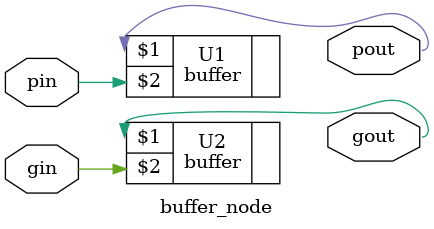
<source format=v>
module adder(cout, sum, a, b, cin);

	input [31:0] a, b;
	input cin;
	output [31:0] sum;
	output cout;

	wire g1, p0, g18, g7, p17, p28, g21, g28, g25, g_lsb, p_lsb, p25, g9, p20, p10, g2, g20, g30, p22, g17, p29, g16, g26, g11, p30, p13, g19, p12, p14, g23, g4, p1, g14, g12, p24, p26, g13, g15, g29, p6, g24, g10, p5, p2, p27, g22, g27, p21, p19, p4, p15, g5, g6, g8, p7, p9, p11, p23, g0, p8, g3, p18, p16, p3;
	wire n4097, n4098, n4101, n4102, n97, n98, n99, n100, n101, n102, n105, n106, n109, n110, n111, n112, n113, n114, n117, n118, n121, n122, n123, n124, n125, n126, n129, n130, n133, n134, n135, n136, n137, n138, n141, n142, n145, n146, n147, n148, n149, n150, n153, n154, n157, n158, n159, n160, n161, n162, n165, n166, n169, n170, n171, n172, n173, n174, n177, n178, n181, n182, n183, n184, n185, n186, n189, n190, n193, n194, n195, n196, n197, n198, n199, n200, n201, n202, n205, n206, n209, n210, n213, n214, n217, n218, n219, n220, n221, n222, n223, n224, n225, n226, n229, n230, n233, n234, n237, n238, n241, n242, n243, n244, n245, n246, n247, n248, n249, n250, n4347, n4348, n253, n254, n4351, n4352, n257, n258, n4355, n4356, n261, n262, n4359, n4360, n265, n266, n267, n268, n269, n271, n272, n273, n274, n270, n4367, n277, n278, n4368, n4371, n281, n282, n4372, n4375, n285, n286, n4376, n4379, n289, n290, n291, n292, n293, n294, n295, n296, n297, n298, n299, n300, n301, n302, n303, n304, n305, n306, n4395, n4396, n309, n310, n4403, n313, n314, n4411, n4412, n317, n318, n4407, n4408, n321, n322, n4419, n325, n326, n4420, n4415, n329, n330, n4427, n4428, n333, n334, n4431, n4432, n337, n338, n339, n340, n341, n342, n343, n344, n345, n346, n347, n349, n350, n351, n352, n353, n354, n348, n4443, n357, n358, n4451, n4452, n361, n362, n4459, n365, n366, n4460, n4463, n369, n370, n4467, n4468, n373, n374, n4471, n4472, n377, n378, n381, n382, n385, n386, n387, n388, n389, n390, n391, n392, n393, n394, n395, n396, n397, n398, n399, n400, n401, n402, n403, n404, n405, n406, n407, n408, n409, n410, n411, n412, n413, n414, n415, n416, n417, n418, n421, n422, n425, n426, n429, n430, n433, n434, n437, n438, n441, n442, n445, n446, n449, n450, n453, n454, n457, n458, n461, n462, n465, n466, n469, n470, n473, n474, n477, n478, n481, n482, n483, n484, n485, n486, n487, n488, n489, n490, n491, n492, n493, n494, n495, n496, n497, n498, n499, n500, n501, n502, n503, n504, n505, n506, n507, n508, n509, n510, n511, n512, n513, n514, n515, n516, n517, n518, n519, n520, n521, n522, n523, n524, n525, n526, n527, n528, n529, n530, n531, n533, n534, n532, n535, n537, n538, n539, n541, n542, n543, n544, n540, n536, n4821, n4822, n4825, n4826, n4829, n4830, n4833, n4834, n4837, n4838, n4841, n4842, n4845, n4846, n4849, n4850, n4853, n4854, n4857, n4858, n4861, n4862, n4865, n4866, n4869, n4870, n4873, n4874, n4877, n4878, n4881, n4882, n4885, n4886, n4889, n4890, n4893, n4894, n4897, n4898, n4901, n4902, n4905, n4906, n4909, n4910, n4913, n4914, n4917, n4918, n4921, n4922, n4925, n4926, n4929, n4930, n4933, n4934, n4937, n4938, n4941, n4942, n4945, n4946, n5363, n5364, n5367, n5368, n5371, n5372, n5375, n5376, n5379, n5380, n5383, n5384, n5387, n5388, n5391, n5392, n5395, n5396, n5399, n5400, n5403, n5404, n5407, n5408, n5411, n5412, n5415, n5416, n5419, n5420, n5423, n5424, n5427, n5428, n5431, n5432, n5435, n5436, n5439, n5440, n5443, n5444, n5447, n5448, n5451, n5452, n5455, n5456, n5459, n5460, n5463, n5464, n5467, n5468, n5471, n5472, n5475, n5476, n5479, n5480, n5483, n5484, n5487, n5488, n4363, n4364, n4380, n4383, n4384, n4387, n4388, n4391, n4392, n4399, n4400, n4404, n4416, n4423, n4424, n4435, n4436, n4439, n4440, n4444, n4447, n4448, n3977, n3978, n3981, n3982, n4455, n3985, n3986, n4456, n3989, n3990, n3993, n3994, n3997, n3998, n4001, n4002, n4005, n4006, n4009, n4010, n4013, n4014, n4017, n4018, n4021, n4022, n4025, n4026, n4464, n4029, n4030, n4033, n4034, n4037, n4038, n4041, n4042, n4045, n4046, n4049, n4050, n4053, n4054, n4057, n4058, n4061, n4062, n4065, n4066, n4069, n4070, n4073, n4074, n4077, n4078, n4081, n4082, n4085, n4086, n4089, n4090, n4093, n4094;

	ppa_first_pre ppa_first_pre_0_0 ( .cin( {cin} ), .pout( {p_lsb} ), .gout( {g_lsb} ) );
	ppa_pre ppa_pre_1_0 ( .a_in( {a[0]} ), .b_in( {b[0]} ), .pout( {p0} ), .gout( {g0} ) );
	ppa_pre ppa_pre_2_0 ( .a_in( {a[1]} ), .b_in( {b[1]} ), .pout( {p1} ), .gout( {g1} ) );
	ppa_pre ppa_pre_3_0 ( .a_in( {a[2]} ), .b_in( {b[2]} ), .pout( {p2} ), .gout( {g2} ) );
	ppa_pre ppa_pre_4_0 ( .a_in( {a[3]} ), .b_in( {b[3]} ), .pout( {p3} ), .gout( {g3} ) );
	ppa_pre ppa_pre_5_0 ( .a_in( {a[4]} ), .b_in( {b[4]} ), .pout( {p4} ), .gout( {g4} ) );
	ppa_pre ppa_pre_6_0 ( .a_in( {a[5]} ), .b_in( {b[5]} ), .pout( {p5} ), .gout( {g5} ) );
	ppa_pre ppa_pre_7_0 ( .a_in( {a[6]} ), .b_in( {b[6]} ), .pout( {p6} ), .gout( {g6} ) );
	ppa_pre ppa_pre_8_0 ( .a_in( {a[7]} ), .b_in( {b[7]} ), .pout( {p7} ), .gout( {g7} ) );
	ppa_pre ppa_pre_9_0 ( .a_in( {a[8]} ), .b_in( {b[8]} ), .pout( {p8} ), .gout( {g8} ) );
	ppa_pre ppa_pre_10_0 ( .a_in( {a[9]} ), .b_in( {b[9]} ), .pout( {p9} ), .gout( {g9} ) );
	ppa_pre ppa_pre_11_0 ( .a_in( {a[10]} ), .b_in( {b[10]} ), .pout( {p10} ), .gout( {g10} ) );
	ppa_pre ppa_pre_12_0 ( .a_in( {a[11]} ), .b_in( {b[11]} ), .pout( {p11} ), .gout( {g11} ) );
	ppa_pre ppa_pre_13_0 ( .a_in( {a[12]} ), .b_in( {b[12]} ), .pout( {p12} ), .gout( {g12} ) );
	ppa_pre ppa_pre_14_0 ( .a_in( {a[13]} ), .b_in( {b[13]} ), .pout( {p13} ), .gout( {g13} ) );
	ppa_pre ppa_pre_15_0 ( .a_in( {a[14]} ), .b_in( {b[14]} ), .pout( {p14} ), .gout( {g14} ) );
	ppa_pre ppa_pre_16_0 ( .a_in( {a[15]} ), .b_in( {b[15]} ), .pout( {p15} ), .gout( {g15} ) );
	ppa_pre ppa_pre_17_0 ( .a_in( {a[16]} ), .b_in( {b[16]} ), .pout( {p16} ), .gout( {g16} ) );
	ppa_pre ppa_pre_18_0 ( .a_in( {a[17]} ), .b_in( {b[17]} ), .pout( {p17} ), .gout( {g17} ) );
	ppa_pre ppa_pre_19_0 ( .a_in( {a[18]} ), .b_in( {b[18]} ), .pout( {p18} ), .gout( {g18} ) );
	ppa_pre ppa_pre_20_0 ( .a_in( {a[19]} ), .b_in( {b[19]} ), .pout( {p19} ), .gout( {g19} ) );
	ppa_pre ppa_pre_21_0 ( .a_in( {a[20]} ), .b_in( {b[20]} ), .pout( {p20} ), .gout( {g20} ) );
	ppa_pre ppa_pre_22_0 ( .a_in( {a[21]} ), .b_in( {b[21]} ), .pout( {p21} ), .gout( {g21} ) );
	ppa_pre ppa_pre_23_0 ( .a_in( {a[22]} ), .b_in( {b[22]} ), .pout( {p22} ), .gout( {g22} ) );
	ppa_pre ppa_pre_24_0 ( .a_in( {a[23]} ), .b_in( {b[23]} ), .pout( {p23} ), .gout( {g23} ) );
	ppa_pre ppa_pre_25_0 ( .a_in( {a[24]} ), .b_in( {b[24]} ), .pout( {p24} ), .gout( {g24} ) );
	ppa_pre ppa_pre_26_0 ( .a_in( {a[25]} ), .b_in( {b[25]} ), .pout( {p25} ), .gout( {g25} ) );
	ppa_pre ppa_pre_27_0 ( .a_in( {a[26]} ), .b_in( {b[26]} ), .pout( {p26} ), .gout( {g26} ) );
	ppa_pre ppa_pre_28_0 ( .a_in( {a[27]} ), .b_in( {b[27]} ), .pout( {p27} ), .gout( {g27} ) );
	ppa_pre ppa_pre_29_0 ( .a_in( {a[28]} ), .b_in( {b[28]} ), .pout( {p28} ), .gout( {g28} ) );
	ppa_pre ppa_pre_30_0 ( .a_in( {a[29]} ), .b_in( {b[29]} ), .pout( {p29} ), .gout( {g29} ) );
	ppa_pre ppa_pre_31_0 ( .a_in( {a[30]} ), .b_in( {b[30]} ), .pout( {p30} ), .gout( {g30} ) );

	ppa_post ppa_post_0_10 ( .pin( {p0} ), .gin( {n5364} ), .sum( {sum[0]} ) );
	ppa_post ppa_post_1_10 ( .pin( {p1} ), .gin( {n5368} ), .sum( {sum[1]} ) );
	ppa_post ppa_post_2_10 ( .pin( {p2} ), .gin( {n5372} ), .sum( {sum[2]} ) );
	ppa_post ppa_post_3_10 ( .pin( {p3} ), .gin( {n5376} ), .sum( {sum[3]} ) );
	ppa_post ppa_post_4_10 ( .pin( {p4} ), .gin( {n5380} ), .sum( {sum[4]} ) );
	ppa_post ppa_post_5_10 ( .pin( {p5} ), .gin( {n5384} ), .sum( {sum[5]} ) );
	ppa_post ppa_post_6_10 ( .pin( {p6} ), .gin( {n5388} ), .sum( {sum[6]} ) );
	ppa_post ppa_post_7_10 ( .pin( {p7} ), .gin( {n5392} ), .sum( {sum[7]} ) );
	ppa_post ppa_post_8_10 ( .pin( {p8} ), .gin( {n5396} ), .sum( {sum[8]} ) );
	ppa_post ppa_post_9_10 ( .pin( {p9} ), .gin( {n5400} ), .sum( {sum[9]} ) );
	ppa_post ppa_post_10_10 ( .pin( {p10} ), .gin( {n5404} ), .sum( {sum[10]} ) );
	ppa_post ppa_post_11_10 ( .pin( {p11} ), .gin( {n5408} ), .sum( {sum[11]} ) );
	ppa_post ppa_post_12_10 ( .pin( {p12} ), .gin( {n5412} ), .sum( {sum[12]} ) );
	ppa_post ppa_post_13_10 ( .pin( {p13} ), .gin( {n5416} ), .sum( {sum[13]} ) );
	ppa_post ppa_post_14_10 ( .pin( {p14} ), .gin( {n5420} ), .sum( {sum[14]} ) );
	ppa_post ppa_post_15_10 ( .pin( {p15} ), .gin( {n5424} ), .sum( {sum[15]} ) );
	ppa_post ppa_post_16_10 ( .pin( {p16} ), .gin( {n5428} ), .sum( {sum[16]} ) );
	ppa_post ppa_post_17_10 ( .pin( {p17} ), .gin( {n5432} ), .sum( {sum[17]} ) );
	ppa_post ppa_post_18_10 ( .pin( {p18} ), .gin( {n5436} ), .sum( {sum[18]} ) );
	ppa_post ppa_post_19_10 ( .pin( {p19} ), .gin( {n5440} ), .sum( {sum[19]} ) );
	ppa_post ppa_post_20_10 ( .pin( {p20} ), .gin( {n5444} ), .sum( {sum[20]} ) );
	ppa_post ppa_post_21_10 ( .pin( {p21} ), .gin( {n5448} ), .sum( {sum[21]} ) );
	ppa_post ppa_post_22_10 ( .pin( {p22} ), .gin( {n5452} ), .sum( {sum[22]} ) );
	ppa_post ppa_post_23_10 ( .pin( {p23} ), .gin( {n5456} ), .sum( {sum[23]} ) );
	ppa_post ppa_post_24_10 ( .pin( {p24} ), .gin( {n5460} ), .sum( {sum[24]} ) );
	ppa_post ppa_post_25_10 ( .pin( {p25} ), .gin( {n5464} ), .sum( {sum[25]} ) );
	ppa_post ppa_post_26_10 ( .pin( {p26} ), .gin( {n5468} ), .sum( {sum[26]} ) );
	ppa_post ppa_post_27_10 ( .pin( {p27} ), .gin( {n5472} ), .sum( {sum[27]} ) );
	ppa_post ppa_post_28_10 ( .pin( {p28} ), .gin( {n5476} ), .sum( {sum[28]} ) );
	ppa_post ppa_post_29_10 ( .pin( {p29} ), .gin( {n5480} ), .sum( {sum[29]} ) );
	ppa_post ppa_post_30_10 ( .pin( {p30} ), .gin( {n5484} ), .sum( {sum[30]} ) );
	ppa_post ppa_post_31_10 ( .pin( {p31} ), .gin( {n5488} ), .sum( {sum[31]} ) );

	ppa_pre ppa_pre_cout ( .a_in( a[31] ), .b_in( b[31] ), .pout ( p31 ), .gout ( g31 ) );
	ppa_grey ppa_grey_cout ( .gin ( {g31,n5488} ), .pin ( p31 ), .gout ( cout ) );


	assign n97 = p_lsb;
	assign n98 = g_lsb;
	ppa_black ppa_black_1_1 ( .gin( {g0,g_lsb} ), .pin( {p0,p_lsb} ), .gout( {n100} ), .pout( {n99} ) );
	assign n101 = p1;
	assign n102 = g1;
	ppa_black ppa_black_3_1 ( .gin( {g2,g1} ), .pin( {p2,p1} ), .gout( {n106} ), .pout( {n105} ) );
	assign n109 = p3;
	assign n110 = g3;
	ppa_black ppa_black_5_1 ( .gin( {g4,g3} ), .pin( {p4,p3} ), .gout( {n112} ), .pout( {n111} ) );
	assign n113 = p5;
	assign n114 = g5;
	ppa_black ppa_black_7_1 ( .gin( {g6,g5} ), .pin( {p6,p5} ), .gout( {n118} ), .pout( {n117} ) );
	assign n121 = p7;
	assign n122 = g7;
	ppa_black ppa_black_9_1 ( .gin( {g8,g7} ), .pin( {p8,p7} ), .gout( {n124} ), .pout( {n123} ) );
	assign n125 = p9;
	assign n126 = g9;
	ppa_black ppa_black_11_1 ( .gin( {g10,g9} ), .pin( {p10,p9} ), .gout( {n130} ), .pout( {n129} ) );
	assign n133 = p11;
	assign n134 = g11;
	ppa_black ppa_black_13_1 ( .gin( {g12,g11} ), .pin( {p12,p11} ), .gout( {n136} ), .pout( {n135} ) );
	assign n137 = p13;
	assign n138 = g13;
	ppa_black ppa_black_15_1 ( .gin( {g14,g13} ), .pin( {p14,p13} ), .gout( {n142} ), .pout( {n141} ) );
	assign n145 = p15;
	assign n146 = g15;
	ppa_black ppa_black_17_1 ( .gin( {g16,g15} ), .pin( {p16,p15} ), .gout( {n148} ), .pout( {n147} ) );
	assign n149 = p17;
	assign n150 = g17;
	ppa_black ppa_black_19_1 ( .gin( {g18,g17} ), .pin( {p18,p17} ), .gout( {n154} ), .pout( {n153} ) );
	assign n157 = p19;
	assign n158 = g19;
	ppa_black ppa_black_21_1 ( .gin( {g20,g19} ), .pin( {p20,p19} ), .gout( {n160} ), .pout( {n159} ) );
	assign n161 = p21;
	assign n162 = g21;
	ppa_black ppa_black_23_1 ( .gin( {g22,g21} ), .pin( {p22,p21} ), .gout( {n166} ), .pout( {n165} ) );
	assign n169 = p23;
	assign n170 = g23;
	ppa_black ppa_black_25_1 ( .gin( {g24,g23} ), .pin( {p24,p23} ), .gout( {n172} ), .pout( {n171} ) );
	assign n173 = p25;
	assign n174 = g25;
	ppa_black ppa_black_27_1 ( .gin( {g26,g25} ), .pin( {p26,p25} ), .gout( {n178} ), .pout( {n177} ) );
	assign n181 = p27;
	assign n182 = g27;
	ppa_black ppa_black_29_1 ( .gin( {g28,g27} ), .pin( {p28,p27} ), .gout( {n184} ), .pout( {n183} ) );
	assign n185 = p29;
	assign n186 = g29;
	ppa_black ppa_black_31_1 ( .gin( {g30,g29} ), .pin( {p30,p29} ), .gout( {n190} ), .pout( {n189} ) );

	assign n193 = n97;
	assign n194 = n98;
	assign n195 = n99;
	assign n196 = n100;
	assign n197 = n101;
	assign n198 = n102;
	ppa_black ppa_black_3_2 ( .gin( {n106,n100} ), .pin( {n105,n99} ), .gout( {n200} ), .pout( {n199} ) );
	assign n201 = n109;
	assign n202 = n110;
	assign n205 = n111;
	assign n206 = n112;
	assign n209 = n113;
	assign n210 = n114;
	ppa_black ppa_black_7_2 ( .gin( {n118,n112} ), .pin( {n117,n111} ), .gout( {n214} ), .pout( {n213} ) );
	assign n217 = n121;
	assign n218 = n122;
	assign n219 = n123;
	assign n220 = n124;
	assign n221 = n125;
	assign n222 = n126;
	ppa_black ppa_black_11_2 ( .gin( {n130,n124} ), .pin( {n129,n123} ), .gout( {n224} ), .pout( {n223} ) );
	assign n225 = n133;
	assign n226 = n134;
	assign n229 = n135;
	assign n230 = n136;
	assign n233 = n137;
	assign n234 = n138;
	ppa_black ppa_black_15_2 ( .gin( {n142,n136} ), .pin( {n141,n135} ), .gout( {n238} ), .pout( {n237} ) );
	assign n241 = n145;
	assign n242 = n146;
	assign n243 = n147;
	assign n244 = n148;
	assign n245 = n149;
	assign n246 = n150;
	ppa_black ppa_black_19_2 ( .gin( {n154,n148} ), .pin( {n153,n147} ), .gout( {n248} ), .pout( {n247} ) );
	assign n249 = n157;
	assign n250 = n158;
	assign n253 = n159;
	assign n254 = n160;
	assign n257 = n161;
	assign n258 = n162;
	ppa_black ppa_black_23_2 ( .gin( {n166,n160} ), .pin( {n165,n159} ), .gout( {n262} ), .pout( {n261} ) );
	assign n265 = n169;
	assign n266 = n170;
	assign n267 = n171;
	assign n268 = n172;
	assign n269 = n173;
	assign n270 = n174;
	ppa_black ppa_black_27_2 ( .gin( {n178,n172} ), .pin( {n177,n171} ), .gout( {n272} ), .pout( {n271} ) );
	assign n273 = n181;
	assign n274 = n182;
	assign n277 = n183;
	assign n278 = n184;
	assign n281 = n185;
	assign n282 = n186;
	ppa_black ppa_black_31_2 ( .gin( {n190,n184} ), .pin( {n189,n183} ), .gout( {n286} ), .pout( {n285} ) );

	assign n289 = n193;
	assign n290 = n194;
	assign n291 = n195;
	assign n292 = n196;
	assign n293 = n197;
	assign n294 = n198;
	assign n295 = n199;
	assign n296 = n200;
	assign n297 = n201;
	assign n298 = n202;
	assign n299 = n205;
	assign n300 = n206;
	assign n301 = n209;
	assign n302 = n210;
	ppa_black ppa_black_7_3 ( .gin( {n214,n200} ), .pin( {n213,n199} ), .gout( {n304} ), .pout( {n303} ) );
	assign n305 = n217;
	assign n306 = n218;
	assign n309 = n219;
	assign n310 = n220;
	assign n313 = n221;
	assign n314 = n222;
	assign n317 = n223;
	assign n318 = n224;
	assign n321 = n225;
	assign n322 = n226;
	assign n325 = n229;
	assign n326 = n230;
	assign n329 = n233;
	assign n330 = n234;
	ppa_black ppa_black_15_3 ( .gin( {n238,n224} ), .pin( {n237,n223} ), .gout( {n334} ), .pout( {n333} ) );
	assign n337 = n241;
	assign n338 = n242;
	assign n339 = n243;
	assign n340 = n244;
	assign n341 = n245;
	assign n342 = n246;
	assign n343 = n247;
	assign n344 = n248;
	assign n345 = n249;
	assign n346 = n250;
	assign n347 = n253;
	assign n348 = n254;
	assign n349 = n257;
	assign n350 = n258;
	ppa_black ppa_black_23_3 ( .gin( {n262,n248} ), .pin( {n261,n247} ), .gout( {n352} ), .pout( {n351} ) );
	assign n353 = n265;
	assign n354 = n266;
	assign n357 = n267;
	assign n358 = n268;
	assign n361 = n269;
	assign n362 = n270;
	assign n365 = n271;
	assign n366 = n272;
	assign n369 = n273;
	assign n370 = n274;
	assign n373 = n277;
	assign n374 = n278;
	assign n377 = n281;
	assign n378 = n282;
	ppa_black ppa_black_31_3 ( .gin( {n286,n272} ), .pin( {n285,n271} ), .gout( {n382} ), .pout( {n381} ) );

	assign n385 = n289;
	assign n386 = n290;
	assign n387 = n291;
	assign n388 = n292;
	assign n389 = n293;
	assign n390 = n294;
	assign n391 = n295;
	assign n392 = n296;
	assign n393 = n297;
	assign n394 = n298;
	assign n395 = n299;
	assign n396 = n300;
	assign n397 = n301;
	assign n398 = n302;
	assign n399 = n303;
	assign n400 = n304;
	assign n401 = n305;
	assign n402 = n306;
	assign n403 = n309;
	assign n404 = n310;
	assign n405 = n313;
	assign n406 = n314;
	assign n407 = n317;
	assign n408 = n318;
	assign n409 = n321;
	assign n410 = n322;
	assign n411 = n325;
	assign n412 = n326;
	assign n413 = n329;
	assign n414 = n330;
	ppa_black ppa_black_15_4 ( .gin( {n334,n304} ), .pin( {n333,n303} ), .gout( {n416} ), .pout( {n415} ) );
	assign n417 = n337;
	assign n418 = n338;
	assign n421 = n339;
	assign n422 = n340;
	assign n425 = n341;
	assign n426 = n342;
	assign n429 = n343;
	assign n430 = n344;
	assign n433 = n345;
	assign n434 = n346;
	assign n437 = n347;
	assign n438 = n348;
	assign n441 = n349;
	assign n442 = n350;
	assign n445 = n351;
	assign n446 = n352;
	assign n449 = n353;
	assign n450 = n354;
	assign n453 = n357;
	assign n454 = n358;
	assign n457 = n361;
	assign n458 = n362;
	assign n461 = n365;
	assign n462 = n366;
	assign n465 = n369;
	assign n466 = n370;
	assign n469 = n373;
	assign n470 = n374;
	assign n473 = n377;
	assign n474 = n378;
	ppa_black ppa_black_31_4 ( .gin( {n382,n352} ), .pin( {n381,n351} ), .gout( {n478} ), .pout( {n477} ) );

	assign n481 = n385;
	assign n482 = n386;
	buffer_node buffer_node_1_5 ( .gin( {n388} ), .pin( {n387} ), .gout( {n484} ), .pout( {n483} ) );
	assign n485 = n389;
	assign n486 = n390;
	buffer_node buffer_node_3_5 ( .gin( {n392} ), .pin( {n391} ), .gout( {n488} ), .pout( {n487} ) );
	assign n489 = n393;
	assign n490 = n394;
	assign n491 = n395;
	assign n492 = n396;
	assign n493 = n397;
	assign n494 = n398;
	buffer_node buffer_node_7_5 ( .gin( {n400} ), .pin( {n399} ), .gout( {n496} ), .pout( {n495} ) );
	assign n497 = n401;
	assign n498 = n402;
	assign n499 = n403;
	assign n500 = n404;
	assign n501 = n405;
	assign n502 = n406;
	assign n503 = n407;
	assign n504 = n408;
	assign n505 = n409;
	assign n506 = n410;
	assign n507 = n411;
	assign n508 = n412;
	assign n509 = n413;
	assign n510 = n414;
	buffer_node buffer_node_15_5 ( .gin( {n416} ), .pin( {n415} ), .gout( {n512} ), .pout( {n511} ) );
	assign n513 = n417;
	assign n514 = n418;
	assign n515 = n421;
	assign n516 = n422;
	assign n517 = n425;
	assign n518 = n426;
	assign n519 = n429;
	assign n520 = n430;
	assign n521 = n433;
	assign n522 = n434;
	assign n523 = n437;
	assign n524 = n438;
	assign n525 = n441;
	assign n526 = n442;
	assign n527 = n445;
	assign n528 = n446;
	assign n529 = n449;
	assign n530 = n450;
	assign n531 = n453;
	assign n532 = n454;
	assign n533 = n457;
	assign n534 = n458;
	assign n535 = n461;
	assign n536 = n462;
	assign n537 = n465;
	assign n538 = n466;
	assign n539 = n469;
	assign n540 = n470;
	assign n541 = n473;
	assign n542 = n474;
	ppa_black ppa_black_31_5 ( .gin( {n478,n416} ), .pin( {n477,n415} ), .gout( {n544} ), .pout( {n543} ) );

	assign n3977 = n481;
	assign n3978 = n482;
	assign n3981 = n483;
	assign n3982 = n484;
	ppa_black ppa_black_2_6 ( .gin( {n486,n484} ), .pin( {n485,n483} ), .gout( {n3986} ), .pout( {n3985} ) );
	buffer_node buffer_node_3_6 ( .gin( {n488} ), .pin( {n487} ), .gout( {n3990} ), .pout( {n3989} ) );
	assign n3993 = n489;
	assign n3994 = n490;
	ppa_black ppa_black_5_6 ( .gin( {n492,n488} ), .pin( {n491,n487} ), .gout( {n3998} ), .pout( {n3997} ) );
	assign n4001 = n493;
	assign n4002 = n494;
	buffer_node buffer_node_7_6 ( .gin( {n496} ), .pin( {n495} ), .gout( {n4006} ), .pout( {n4005} ) );
	assign n4009 = n497;
	assign n4010 = n498;
	assign n4013 = n499;
	assign n4014 = n500;
	assign n4017 = n501;
	assign n4018 = n502;
	ppa_black ppa_black_11_6 ( .gin( {n504,n496} ), .pin( {n503,n495} ), .gout( {n4022} ), .pout( {n4021} ) );
	assign n4025 = n505;
	assign n4026 = n506;
	assign n4029 = n507;
	assign n4030 = n508;
	assign n4033 = n509;
	assign n4034 = n510;
	buffer_node buffer_node_15_6 ( .gin( {n512} ), .pin( {n511} ), .gout( {n4038} ), .pout( {n4037} ) );
	assign n4041 = n513;
	assign n4042 = n514;
	assign n4045 = n515;
	assign n4046 = n516;
	assign n4049 = n517;
	assign n4050 = n518;
	assign n4053 = n519;
	assign n4054 = n520;
	assign n4057 = n521;
	assign n4058 = n522;
	assign n4061 = n523;
	assign n4062 = n524;
	assign n4065 = n525;
	assign n4066 = n526;
	ppa_black ppa_black_23_6 ( .gin( {n528,n512} ), .pin( {n527,n511} ), .gout( {n4070} ), .pout( {n4069} ) );
	assign n4073 = n529;
	assign n4074 = n530;
	assign n4077 = n531;
	assign n4078 = n532;
	assign n4081 = n533;
	assign n4082 = n534;
	assign n4085 = n535;
	assign n4086 = n536;
	assign n4089 = n537;
	assign n4090 = n538;
	assign n4093 = n539;
	assign n4094 = n540;
	assign n4097 = n541;
	assign n4098 = n542;
	assign n4101 = n543;
	assign n4102 = n544;

	assign n4347 = n3977;
	assign n4348 = n3978;
	assign n4351 = n3981;
	assign n4352 = n3982;
	assign n4355 = n3985;
	assign n4356 = n3986;
	assign n4359 = n3989;
	assign n4360 = n3990;
	ppa_black ppa_black_4_7 ( .gin( {n3994,n3990} ), .pin( {n3993,n3989} ), .gout( {n4364} ), .pout( {n4363} ) );
	assign n4367 = n3997;
	assign n4368 = n3998;
	ppa_black ppa_black_6_7 ( .gin( {n4002,n3998} ), .pin( {n4001,n3997} ), .gout( {n4372} ), .pout( {n4371} ) );
	buffer_node buffer_node_7_7 ( .gin( {n4006} ), .pin( {n4005} ), .gout( {n4376} ), .pout( {n4375} ) );
	assign n4379 = n4009;
	assign n4380 = n4010;
	ppa_black ppa_black_9_7 ( .gin( {n4014,n4006} ), .pin( {n4013,n4005} ), .gout( {n4384} ), .pout( {n4383} ) );
	assign n4387 = n4017;
	assign n4388 = n4018;
	buffer_node buffer_node_11_7 ( .gin( {n4022} ), .pin( {n4021} ), .gout( {n4392} ), .pout( {n4391} ) );
	assign n4395 = n4025;
	assign n4396 = n4026;
	ppa_black ppa_black_13_7 ( .gin( {n4030,n4022} ), .pin( {n4029,n4021} ), .gout( {n4400} ), .pout( {n4399} ) );
	assign n4403 = n4033;
	assign n4404 = n4034;
	buffer_node buffer_node_15_7 ( .gin( {n4038} ), .pin( {n4037} ), .gout( {n4408} ), .pout( {n4407} ) );
	assign n4411 = n4041;
	assign n4412 = n4042;
	assign n4415 = n4045;
	assign n4416 = n4046;
	assign n4419 = n4049;
	assign n4420 = n4050;
	ppa_black ppa_black_19_7 ( .gin( {n4054,n4038} ), .pin( {n4053,n4037} ), .gout( {n4424} ), .pout( {n4423} ) );
	assign n4427 = n4057;
	assign n4428 = n4058;
	assign n4431 = n4061;
	assign n4432 = n4062;
	assign n4435 = n4065;
	assign n4436 = n4066;
	buffer_node buffer_node_23_7 ( .gin( {n4070} ), .pin( {n4069} ), .gout( {n4440} ), .pout( {n4439} ) );
	assign n4443 = n4073;
	assign n4444 = n4074;
	assign n4447 = n4077;
	assign n4448 = n4078;
	assign n4451 = n4081;
	assign n4452 = n4082;
	ppa_black ppa_black_27_7 ( .gin( {n4086,n4070} ), .pin( {n4085,n4069} ), .gout( {n4456} ), .pout( {n4455} ) );
	assign n4459 = n4089;
	assign n4460 = n4090;
	assign n4463 = n4093;
	assign n4464 = n4094;
	assign n4467 = n4097;
	assign n4468 = n4098;
	assign n4471 = n4101;
	assign n4472 = n4102;

	assign n4821 = n4347;
	assign n4822 = n4348;
	assign n4825 = n4351;
	assign n4826 = n4352;
	assign n4829 = n4355;
	assign n4830 = n4356;
	assign n4833 = n4359;
	assign n4834 = n4360;
	assign n4837 = n4363;
	assign n4838 = n4364;
	assign n4841 = n4367;
	assign n4842 = n4368;
	assign n4845 = n4371;
	assign n4846 = n4372;
	assign n4849 = n4375;
	assign n4850 = n4376;
	ppa_black ppa_black_8_8 ( .gin( {n4380,n4376} ), .pin( {n4379,n4375} ), .gout( {n4854} ), .pout( {n4853} ) );
	assign n4857 = n4383;
	assign n4858 = n4384;
	ppa_black ppa_black_10_8 ( .gin( {n4388,n4384} ), .pin( {n4387,n4383} ), .gout( {n4862} ), .pout( {n4861} ) );
	assign n4865 = n4391;
	assign n4866 = n4392;
	ppa_black ppa_black_12_8 ( .gin( {n4396,n4392} ), .pin( {n4395,n4391} ), .gout( {n4870} ), .pout( {n4869} ) );
	assign n4873 = n4399;
	assign n4874 = n4400;
	ppa_black ppa_black_14_8 ( .gin( {n4404,n4400} ), .pin( {n4403,n4399} ), .gout( {n4878} ), .pout( {n4877} ) );
	buffer_node buffer_node_15_8 ( .gin( {n4408} ), .pin( {n4407} ), .gout( {n4882} ), .pout( {n4881} ) );
	assign n4885 = n4411;
	assign n4886 = n4412;
	ppa_black ppa_black_17_8 ( .gin( {n4416,n4408} ), .pin( {n4415,n4407} ), .gout( {n4890} ), .pout( {n4889} ) );
	assign n4893 = n4419;
	assign n4894 = n4420;
	buffer_node buffer_node_19_8 ( .gin( {n4424} ), .pin( {n4423} ), .gout( {n4898} ), .pout( {n4897} ) );
	assign n4901 = n4427;
	assign n4902 = n4428;
	ppa_black ppa_black_21_8 ( .gin( {n4432,n4424} ), .pin( {n4431,n4423} ), .gout( {n4906} ), .pout( {n4905} ) );
	assign n4909 = n4435;
	assign n4910 = n4436;
	buffer_node buffer_node_23_8 ( .gin( {n4440} ), .pin( {n4439} ), .gout( {n4914} ), .pout( {n4913} ) );
	assign n4917 = n4443;
	assign n4918 = n4444;
	ppa_black ppa_black_25_8 ( .gin( {n4448,n4440} ), .pin( {n4447,n4439} ), .gout( {n4922} ), .pout( {n4921} ) );
	assign n4925 = n4451;
	assign n4926 = n4452;
	buffer_node buffer_node_27_8 ( .gin( {n4456} ), .pin( {n4455} ), .gout( {n4930} ), .pout( {n4929} ) );
	assign n4933 = n4459;
	assign n4934 = n4460;
	ppa_black ppa_black_29_8 ( .gin( {n4464,n4456} ), .pin( {n4463,n4455} ), .gout( {n4938} ), .pout( {n4937} ) );
	assign n4941 = n4467;
	assign n4942 = n4468;
	assign n4945 = n4471;
	assign n4946 = n4472;

	assign n5363 = n4821;
	assign n5364 = n4822;
	assign n5367 = n4825;
	assign n5368 = n4826;
	assign n5371 = n4829;
	assign n5372 = n4830;
	assign n5375 = n4833;
	assign n5376 = n4834;
	assign n5379 = n4837;
	assign n5380 = n4838;
	assign n5383 = n4841;
	assign n5384 = n4842;
	assign n5387 = n4845;
	assign n5388 = n4846;
	assign n5391 = n4849;
	assign n5392 = n4850;
	assign n5395 = n4853;
	assign n5396 = n4854;
	assign n5399 = n4857;
	assign n5400 = n4858;
	assign n5403 = n4861;
	assign n5404 = n4862;
	assign n5407 = n4865;
	assign n5408 = n4866;
	assign n5411 = n4869;
	assign n5412 = n4870;
	assign n5415 = n4873;
	assign n5416 = n4874;
	assign n5419 = n4877;
	assign n5420 = n4878;
	assign n5423 = n4881;
	assign n5424 = n4882;
	ppa_black ppa_black_16_9 ( .gin( {n4886,n4882} ), .pin( {n4885,n4881} ), .gout( {n5428} ), .pout( {n5427} ) );
	assign n5431 = n4889;
	assign n5432 = n4890;
	ppa_black ppa_black_18_9 ( .gin( {n4894,n4890} ), .pin( {n4893,n4889} ), .gout( {n5436} ), .pout( {n5435} ) );
	assign n5439 = n4897;
	assign n5440 = n4898;
	ppa_black ppa_black_20_9 ( .gin( {n4902,n4898} ), .pin( {n4901,n4897} ), .gout( {n5444} ), .pout( {n5443} ) );
	assign n5447 = n4905;
	assign n5448 = n4906;
	ppa_black ppa_black_22_9 ( .gin( {n4910,n4906} ), .pin( {n4909,n4905} ), .gout( {n5452} ), .pout( {n5451} ) );
	assign n5455 = n4913;
	assign n5456 = n4914;
	ppa_black ppa_black_24_9 ( .gin( {n4918,n4914} ), .pin( {n4917,n4913} ), .gout( {n5460} ), .pout( {n5459} ) );
	assign n5463 = n4921;
	assign n5464 = n4922;
	ppa_black ppa_black_26_9 ( .gin( {n4926,n4922} ), .pin( {n4925,n4921} ), .gout( {n5468} ), .pout( {n5467} ) );
	assign n5471 = n4929;
	assign n5472 = n4930;
	ppa_black ppa_black_28_9 ( .gin( {n4934,n4930} ), .pin( {n4933,n4929} ), .gout( {n5476} ), .pout( {n5475} ) );
	assign n5479 = n4937;
	assign n5480 = n4938;
	ppa_black ppa_black_30_9 ( .gin( {n4942,n4938} ), .pin( {n4941,n4937} ), .gout( {n5484} ), .pout( {n5483} ) );
	assign n5487 = n4945;
	assign n5488 = n4946;


endmodule

module ppa_black(gin, pin, gout, pout);

	input [1:0] gin, pin;
	output gout, pout;

	and2 U1(pout,pin[1],pin[0]);
	ao21 U2(gout,gin[0],pin[1],gin[1]);

endmodule

module ppa_first_pre(cin, pout, gout);

	input cin;
	output pout, gout;

	assign pout=1'b0;
	assign gout=cin;

endmodule

module invis_node(pin, gin, pout, gout);

	input pin, gin;
	output pout, gout;

	assign pout = pin;
	assign gout = gin;

endmodule

module ppa_grey(gin, pin, gout);

	input[1:0] gin;
	input pin;
	output gout;

	ao21 U1(gout,gin[0],pin,gin[1]);

endmodule

module ppa_post(pin, gin, sum);

	input pin, gin;
	output sum;

	xor2 U1(sum,pin,gin);

endmodule

module ppa_pre(a_in, b_in, pout, gout);

	input a_in, b_in;
	output pout, gout;

	xor2 U1(pout,a_in,b_in);
	and2 U2(gout,a_in,b_in);

endmodule

module buffer_node(pin, gin, pout, gout);

	input pin, gin;
	output pout, gout;

	buffer U1(pout,pin);
	buffer U2(gout,gin);

endmodule


</source>
